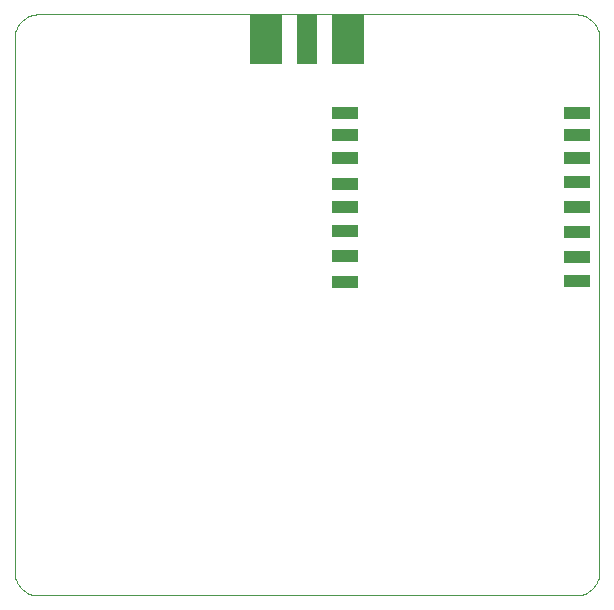
<source format=gtp>
G75*
%MOIN*%
%OFA0B0*%
%FSLAX24Y24*%
%IPPOS*%
%LPD*%
%AMOC8*
5,1,8,0,0,1.08239X$1,22.5*
%
%ADD10C,0.0000*%
%ADD11R,0.0860X0.0420*%
%ADD12R,0.0700X0.1650*%
%ADD13R,0.1050X0.1650*%
D10*
X001467Y001180D02*
X019385Y001180D01*
X019439Y001182D01*
X019492Y001187D01*
X019545Y001196D01*
X019597Y001209D01*
X019649Y001225D01*
X019699Y001245D01*
X019747Y001268D01*
X019794Y001295D01*
X019839Y001324D01*
X019882Y001357D01*
X019922Y001392D01*
X019960Y001430D01*
X019995Y001470D01*
X020028Y001513D01*
X020057Y001558D01*
X020084Y001605D01*
X020107Y001653D01*
X020127Y001703D01*
X020143Y001755D01*
X020156Y001807D01*
X020165Y001860D01*
X020170Y001913D01*
X020172Y001967D01*
X020172Y019763D01*
X020170Y019817D01*
X020165Y019870D01*
X020156Y019923D01*
X020143Y019975D01*
X020127Y020027D01*
X020107Y020077D01*
X020084Y020125D01*
X020057Y020172D01*
X020028Y020217D01*
X019995Y020260D01*
X019960Y020300D01*
X019922Y020338D01*
X019882Y020373D01*
X019839Y020406D01*
X019794Y020435D01*
X019747Y020462D01*
X019699Y020485D01*
X019649Y020505D01*
X019597Y020521D01*
X019545Y020534D01*
X019492Y020543D01*
X019439Y020548D01*
X019385Y020550D01*
X001467Y020550D01*
X001413Y020548D01*
X001360Y020543D01*
X001307Y020534D01*
X001255Y020521D01*
X001203Y020505D01*
X001153Y020485D01*
X001105Y020462D01*
X001058Y020435D01*
X001013Y020406D01*
X000970Y020373D01*
X000930Y020338D01*
X000892Y020300D01*
X000857Y020260D01*
X000824Y020217D01*
X000795Y020172D01*
X000768Y020125D01*
X000745Y020077D01*
X000725Y020027D01*
X000709Y019975D01*
X000696Y019923D01*
X000687Y019870D01*
X000682Y019817D01*
X000680Y019763D01*
X000680Y001967D01*
X000682Y001913D01*
X000687Y001860D01*
X000696Y001807D01*
X000709Y001755D01*
X000725Y001703D01*
X000745Y001653D01*
X000768Y001605D01*
X000795Y001558D01*
X000824Y001513D01*
X000857Y001470D01*
X000892Y001430D01*
X000930Y001392D01*
X000970Y001357D01*
X001013Y001324D01*
X001058Y001295D01*
X001105Y001268D01*
X001153Y001245D01*
X001203Y001225D01*
X001255Y001209D01*
X001307Y001196D01*
X001360Y001187D01*
X001413Y001182D01*
X001467Y001180D01*
X008230Y020555D02*
X012630Y020555D01*
D11*
X011693Y017268D03*
X011693Y016543D03*
X011693Y015755D03*
X011693Y014905D03*
X011693Y014118D03*
X011693Y013331D03*
X011693Y012481D03*
X011693Y011643D03*
X019430Y011668D03*
X019430Y012456D03*
X019430Y013293D03*
X019430Y014118D03*
X019430Y014968D03*
X019430Y015755D03*
X019430Y016543D03*
X019430Y017268D03*
D12*
X010430Y019722D03*
D13*
X009054Y019722D03*
X011806Y019722D03*
M02*

</source>
